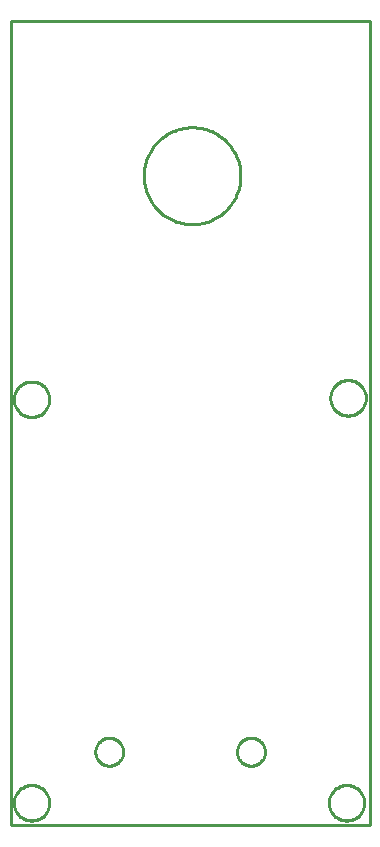
<source format=gbr>
G04 EAGLE Gerber X2 export*
%TF.Part,Single*%
%TF.FileFunction,Profile,NP*%
%TF.FilePolarity,Positive*%
%TF.GenerationSoftware,Autodesk,EAGLE,9.0.0*%
%TF.CreationDate,2019-08-27T11:30:24Z*%
G75*
%MOMM*%
%FSLAX34Y34*%
%LPD*%
%AMOC8*
5,1,8,0,0,1.08239X$1,22.5*%
G01*
%ADD10C,0.254000*%


D10*
X161290Y-11430D02*
X465330Y-11430D01*
X465330Y669470D01*
X161290Y669470D01*
X161290Y-11430D01*
X194070Y348714D02*
X193994Y347646D01*
X193841Y346585D01*
X193613Y345538D01*
X193311Y344510D01*
X192937Y343506D01*
X192492Y342531D01*
X191978Y341591D01*
X191399Y340690D01*
X190757Y339832D01*
X190055Y339022D01*
X189298Y338265D01*
X188488Y337563D01*
X187630Y336921D01*
X186729Y336342D01*
X185789Y335828D01*
X184814Y335383D01*
X183810Y335009D01*
X182782Y334707D01*
X181735Y334479D01*
X180674Y334326D01*
X179606Y334250D01*
X178534Y334250D01*
X177466Y334326D01*
X176405Y334479D01*
X175358Y334707D01*
X174330Y335009D01*
X173326Y335383D01*
X172351Y335828D01*
X171411Y336342D01*
X170510Y336921D01*
X169652Y337563D01*
X168842Y338265D01*
X168085Y339022D01*
X167383Y339832D01*
X166741Y340690D01*
X166162Y341591D01*
X165648Y342531D01*
X165203Y343506D01*
X164829Y344510D01*
X164527Y345538D01*
X164299Y346585D01*
X164146Y347646D01*
X164070Y348714D01*
X164070Y349786D01*
X164146Y350854D01*
X164299Y351915D01*
X164527Y352962D01*
X164829Y353990D01*
X165203Y354994D01*
X165648Y355969D01*
X166162Y356909D01*
X166741Y357810D01*
X167383Y358668D01*
X168085Y359478D01*
X168842Y360235D01*
X169652Y360937D01*
X170510Y361579D01*
X171411Y362158D01*
X172351Y362672D01*
X173326Y363117D01*
X174330Y363491D01*
X175358Y363793D01*
X176405Y364021D01*
X177466Y364174D01*
X178534Y364250D01*
X179606Y364250D01*
X180674Y364174D01*
X181735Y364021D01*
X182782Y363793D01*
X183810Y363491D01*
X184814Y363117D01*
X185789Y362672D01*
X186729Y362158D01*
X187630Y361579D01*
X188488Y360937D01*
X189298Y360235D01*
X190055Y359478D01*
X190757Y358668D01*
X191399Y357810D01*
X191978Y356909D01*
X192492Y355969D01*
X192937Y354994D01*
X193311Y353990D01*
X193613Y352962D01*
X193841Y351915D01*
X193994Y350854D01*
X194070Y349786D01*
X194070Y348714D01*
X194070Y7084D02*
X193994Y6016D01*
X193841Y4955D01*
X193613Y3908D01*
X193311Y2880D01*
X192937Y1876D01*
X192492Y901D01*
X191978Y-39D01*
X191399Y-940D01*
X190757Y-1798D01*
X190055Y-2608D01*
X189298Y-3365D01*
X188488Y-4067D01*
X187630Y-4709D01*
X186729Y-5288D01*
X185789Y-5802D01*
X184814Y-6247D01*
X183810Y-6621D01*
X182782Y-6923D01*
X181735Y-7151D01*
X180674Y-7304D01*
X179606Y-7380D01*
X178534Y-7380D01*
X177466Y-7304D01*
X176405Y-7151D01*
X175358Y-6923D01*
X174330Y-6621D01*
X173326Y-6247D01*
X172351Y-5802D01*
X171411Y-5288D01*
X170510Y-4709D01*
X169652Y-4067D01*
X168842Y-3365D01*
X168085Y-2608D01*
X167383Y-1798D01*
X166741Y-940D01*
X166162Y-39D01*
X165648Y901D01*
X165203Y1876D01*
X164829Y2880D01*
X164527Y3908D01*
X164299Y4955D01*
X164146Y6016D01*
X164070Y7084D01*
X164070Y8156D01*
X164146Y9224D01*
X164299Y10285D01*
X164527Y11332D01*
X164829Y12360D01*
X165203Y13364D01*
X165648Y14339D01*
X166162Y15279D01*
X166741Y16180D01*
X167383Y17038D01*
X168085Y17848D01*
X168842Y18605D01*
X169652Y19307D01*
X170510Y19949D01*
X171411Y20528D01*
X172351Y21042D01*
X173326Y21487D01*
X174330Y21861D01*
X175358Y22163D01*
X176405Y22391D01*
X177466Y22544D01*
X178534Y22620D01*
X179606Y22620D01*
X180674Y22544D01*
X181735Y22391D01*
X182782Y22163D01*
X183810Y21861D01*
X184814Y21487D01*
X185789Y21042D01*
X186729Y20528D01*
X187630Y19949D01*
X188488Y19307D01*
X189298Y18605D01*
X190055Y17848D01*
X190757Y17038D01*
X191399Y16180D01*
X191978Y15279D01*
X192492Y14339D01*
X192937Y13364D01*
X193311Y12360D01*
X193613Y11332D01*
X193841Y10285D01*
X193994Y9224D01*
X194070Y8156D01*
X194070Y7084D01*
X460770Y7084D02*
X460694Y6016D01*
X460541Y4955D01*
X460313Y3908D01*
X460011Y2880D01*
X459637Y1876D01*
X459192Y901D01*
X458678Y-39D01*
X458099Y-940D01*
X457457Y-1798D01*
X456755Y-2608D01*
X455998Y-3365D01*
X455188Y-4067D01*
X454330Y-4709D01*
X453429Y-5288D01*
X452489Y-5802D01*
X451514Y-6247D01*
X450510Y-6621D01*
X449482Y-6923D01*
X448435Y-7151D01*
X447374Y-7304D01*
X446306Y-7380D01*
X445234Y-7380D01*
X444166Y-7304D01*
X443105Y-7151D01*
X442058Y-6923D01*
X441030Y-6621D01*
X440026Y-6247D01*
X439051Y-5802D01*
X438111Y-5288D01*
X437210Y-4709D01*
X436352Y-4067D01*
X435542Y-3365D01*
X434785Y-2608D01*
X434083Y-1798D01*
X433441Y-940D01*
X432862Y-39D01*
X432348Y901D01*
X431903Y1876D01*
X431529Y2880D01*
X431227Y3908D01*
X430999Y4955D01*
X430846Y6016D01*
X430770Y7084D01*
X430770Y8156D01*
X430846Y9224D01*
X430999Y10285D01*
X431227Y11332D01*
X431529Y12360D01*
X431903Y13364D01*
X432348Y14339D01*
X432862Y15279D01*
X433441Y16180D01*
X434083Y17038D01*
X434785Y17848D01*
X435542Y18605D01*
X436352Y19307D01*
X437210Y19949D01*
X438111Y20528D01*
X439051Y21042D01*
X440026Y21487D01*
X441030Y21861D01*
X442058Y22163D01*
X443105Y22391D01*
X444166Y22544D01*
X445234Y22620D01*
X446306Y22620D01*
X447374Y22544D01*
X448435Y22391D01*
X449482Y22163D01*
X450510Y21861D01*
X451514Y21487D01*
X452489Y21042D01*
X453429Y20528D01*
X454330Y19949D01*
X455188Y19307D01*
X455998Y18605D01*
X456755Y17848D01*
X457457Y17038D01*
X458099Y16180D01*
X458678Y15279D01*
X459192Y14339D01*
X459637Y13364D01*
X460011Y12360D01*
X460313Y11332D01*
X460541Y10285D01*
X460694Y9224D01*
X460770Y8156D01*
X460770Y7084D01*
X462040Y349984D02*
X461964Y348916D01*
X461811Y347855D01*
X461583Y346808D01*
X461281Y345780D01*
X460907Y344776D01*
X460462Y343801D01*
X459948Y342861D01*
X459369Y341960D01*
X458727Y341102D01*
X458025Y340292D01*
X457268Y339535D01*
X456458Y338833D01*
X455600Y338191D01*
X454699Y337612D01*
X453759Y337098D01*
X452784Y336653D01*
X451780Y336279D01*
X450752Y335977D01*
X449705Y335749D01*
X448644Y335596D01*
X447576Y335520D01*
X446504Y335520D01*
X445436Y335596D01*
X444375Y335749D01*
X443328Y335977D01*
X442300Y336279D01*
X441296Y336653D01*
X440321Y337098D01*
X439381Y337612D01*
X438480Y338191D01*
X437622Y338833D01*
X436812Y339535D01*
X436055Y340292D01*
X435353Y341102D01*
X434711Y341960D01*
X434132Y342861D01*
X433618Y343801D01*
X433173Y344776D01*
X432799Y345780D01*
X432497Y346808D01*
X432269Y347855D01*
X432116Y348916D01*
X432040Y349984D01*
X432040Y351056D01*
X432116Y352124D01*
X432269Y353185D01*
X432497Y354232D01*
X432799Y355260D01*
X433173Y356264D01*
X433618Y357239D01*
X434132Y358179D01*
X434711Y359080D01*
X435353Y359938D01*
X436055Y360748D01*
X436812Y361505D01*
X437622Y362207D01*
X438480Y362849D01*
X439381Y363428D01*
X440321Y363942D01*
X441296Y364387D01*
X442300Y364761D01*
X443328Y365063D01*
X444375Y365291D01*
X445436Y365444D01*
X446504Y365520D01*
X447576Y365520D01*
X448644Y365444D01*
X449705Y365291D01*
X450752Y365063D01*
X451780Y364761D01*
X452784Y364387D01*
X453759Y363942D01*
X454699Y363428D01*
X455600Y362849D01*
X456458Y362207D01*
X457268Y361505D01*
X458025Y360748D01*
X458727Y359938D01*
X459369Y359080D01*
X459948Y358179D01*
X460462Y357239D01*
X460907Y356264D01*
X461281Y355260D01*
X461583Y354232D01*
X461811Y353185D01*
X461964Y352124D01*
X462040Y351056D01*
X462040Y349984D01*
X355960Y537585D02*
X355882Y535798D01*
X355726Y534015D01*
X355492Y532241D01*
X355182Y530479D01*
X354795Y528733D01*
X354331Y527004D01*
X353793Y525298D01*
X353181Y523617D01*
X352497Y521963D01*
X351741Y520342D01*
X350914Y518755D01*
X350020Y517205D01*
X349058Y515696D01*
X348032Y514231D01*
X346943Y512811D01*
X345793Y511440D01*
X344584Y510121D01*
X343319Y508856D01*
X342000Y507647D01*
X340629Y506497D01*
X339209Y505408D01*
X337744Y504382D01*
X336235Y503420D01*
X334685Y502526D01*
X333098Y501699D01*
X331477Y500943D01*
X329824Y500259D01*
X328142Y499647D01*
X326436Y499109D01*
X324707Y498646D01*
X322961Y498258D01*
X321199Y497948D01*
X319425Y497714D01*
X317642Y497558D01*
X315855Y497480D01*
X314065Y497480D01*
X312278Y497558D01*
X310495Y497714D01*
X308721Y497948D01*
X306959Y498258D01*
X305213Y498646D01*
X303484Y499109D01*
X301778Y499647D01*
X300097Y500259D01*
X298443Y500943D01*
X296822Y501699D01*
X295235Y502526D01*
X293685Y503420D01*
X292176Y504382D01*
X290711Y505408D01*
X289291Y506497D01*
X287920Y507647D01*
X286601Y508856D01*
X285336Y510121D01*
X284127Y511440D01*
X282977Y512811D01*
X281888Y514231D01*
X280862Y515696D01*
X279900Y517205D01*
X279006Y518755D01*
X278179Y520342D01*
X277423Y521963D01*
X276739Y523617D01*
X276127Y525298D01*
X275589Y527004D01*
X275126Y528733D01*
X274738Y530479D01*
X274428Y532241D01*
X274194Y534015D01*
X274038Y535798D01*
X273960Y537585D01*
X273960Y539375D01*
X274038Y541162D01*
X274194Y542945D01*
X274428Y544719D01*
X274738Y546481D01*
X275126Y548227D01*
X275589Y549956D01*
X276127Y551662D01*
X276739Y553344D01*
X277423Y554997D01*
X278179Y556618D01*
X279006Y558205D01*
X279900Y559755D01*
X280862Y561264D01*
X281888Y562729D01*
X282977Y564149D01*
X284127Y565520D01*
X285336Y566839D01*
X286601Y568104D01*
X287920Y569313D01*
X289291Y570463D01*
X290711Y571552D01*
X292176Y572578D01*
X293685Y573540D01*
X295235Y574434D01*
X296822Y575261D01*
X298443Y576017D01*
X300097Y576701D01*
X301778Y577313D01*
X303484Y577851D01*
X305213Y578315D01*
X306959Y578702D01*
X308721Y579012D01*
X310495Y579246D01*
X312278Y579402D01*
X314065Y579480D01*
X315855Y579480D01*
X317642Y579402D01*
X319425Y579246D01*
X321199Y579012D01*
X322961Y578702D01*
X324707Y578315D01*
X326436Y577851D01*
X328142Y577313D01*
X329824Y576701D01*
X331477Y576017D01*
X333098Y575261D01*
X334685Y574434D01*
X336235Y573540D01*
X337744Y572578D01*
X339209Y571552D01*
X340629Y570463D01*
X342000Y569313D01*
X343319Y568104D01*
X344584Y566839D01*
X345793Y565520D01*
X346943Y564149D01*
X348032Y562729D01*
X349058Y561264D01*
X350020Y559755D01*
X350914Y558205D01*
X351741Y556618D01*
X352497Y554997D01*
X353181Y553344D01*
X353793Y551662D01*
X354331Y549956D01*
X354795Y548227D01*
X355182Y546481D01*
X355492Y544719D01*
X355726Y542945D01*
X355882Y541162D01*
X355960Y539375D01*
X355960Y537585D01*
X194070Y348714D02*
X193994Y347646D01*
X193841Y346585D01*
X193613Y345538D01*
X193311Y344510D01*
X192937Y343506D01*
X192492Y342531D01*
X191978Y341591D01*
X191399Y340690D01*
X190757Y339832D01*
X190055Y339022D01*
X189298Y338265D01*
X188488Y337563D01*
X187630Y336921D01*
X186729Y336342D01*
X185789Y335828D01*
X184814Y335383D01*
X183810Y335009D01*
X182782Y334707D01*
X181735Y334479D01*
X180674Y334326D01*
X179606Y334250D01*
X178534Y334250D01*
X177466Y334326D01*
X176405Y334479D01*
X175358Y334707D01*
X174330Y335009D01*
X173326Y335383D01*
X172351Y335828D01*
X171411Y336342D01*
X170510Y336921D01*
X169652Y337563D01*
X168842Y338265D01*
X168085Y339022D01*
X167383Y339832D01*
X166741Y340690D01*
X166162Y341591D01*
X165648Y342531D01*
X165203Y343506D01*
X164829Y344510D01*
X164527Y345538D01*
X164299Y346585D01*
X164146Y347646D01*
X164070Y348714D01*
X164070Y349786D01*
X164146Y350854D01*
X164299Y351915D01*
X164527Y352962D01*
X164829Y353990D01*
X165203Y354994D01*
X165648Y355969D01*
X166162Y356909D01*
X166741Y357810D01*
X167383Y358668D01*
X168085Y359478D01*
X168842Y360235D01*
X169652Y360937D01*
X170510Y361579D01*
X171411Y362158D01*
X172351Y362672D01*
X173326Y363117D01*
X174330Y363491D01*
X175358Y363793D01*
X176405Y364021D01*
X177466Y364174D01*
X178534Y364250D01*
X179606Y364250D01*
X180674Y364174D01*
X181735Y364021D01*
X182782Y363793D01*
X183810Y363491D01*
X184814Y363117D01*
X185789Y362672D01*
X186729Y362158D01*
X187630Y361579D01*
X188488Y360937D01*
X189298Y360235D01*
X190055Y359478D01*
X190757Y358668D01*
X191399Y357810D01*
X191978Y356909D01*
X192492Y355969D01*
X192937Y354994D01*
X193311Y353990D01*
X193613Y352962D01*
X193841Y351915D01*
X193994Y350854D01*
X194070Y349786D01*
X194070Y348714D01*
X194070Y7084D02*
X193994Y6016D01*
X193841Y4955D01*
X193613Y3908D01*
X193311Y2880D01*
X192937Y1876D01*
X192492Y901D01*
X191978Y-39D01*
X191399Y-940D01*
X190757Y-1798D01*
X190055Y-2608D01*
X189298Y-3365D01*
X188488Y-4067D01*
X187630Y-4709D01*
X186729Y-5288D01*
X185789Y-5802D01*
X184814Y-6247D01*
X183810Y-6621D01*
X182782Y-6923D01*
X181735Y-7151D01*
X180674Y-7304D01*
X179606Y-7380D01*
X178534Y-7380D01*
X177466Y-7304D01*
X176405Y-7151D01*
X175358Y-6923D01*
X174330Y-6621D01*
X173326Y-6247D01*
X172351Y-5802D01*
X171411Y-5288D01*
X170510Y-4709D01*
X169652Y-4067D01*
X168842Y-3365D01*
X168085Y-2608D01*
X167383Y-1798D01*
X166741Y-940D01*
X166162Y-39D01*
X165648Y901D01*
X165203Y1876D01*
X164829Y2880D01*
X164527Y3908D01*
X164299Y4955D01*
X164146Y6016D01*
X164070Y7084D01*
X164070Y8156D01*
X164146Y9224D01*
X164299Y10285D01*
X164527Y11332D01*
X164829Y12360D01*
X165203Y13364D01*
X165648Y14339D01*
X166162Y15279D01*
X166741Y16180D01*
X167383Y17038D01*
X168085Y17848D01*
X168842Y18605D01*
X169652Y19307D01*
X170510Y19949D01*
X171411Y20528D01*
X172351Y21042D01*
X173326Y21487D01*
X174330Y21861D01*
X175358Y22163D01*
X176405Y22391D01*
X177466Y22544D01*
X178534Y22620D01*
X179606Y22620D01*
X180674Y22544D01*
X181735Y22391D01*
X182782Y22163D01*
X183810Y21861D01*
X184814Y21487D01*
X185789Y21042D01*
X186729Y20528D01*
X187630Y19949D01*
X188488Y19307D01*
X189298Y18605D01*
X190055Y17848D01*
X190757Y17038D01*
X191399Y16180D01*
X191978Y15279D01*
X192492Y14339D01*
X192937Y13364D01*
X193311Y12360D01*
X193613Y11332D01*
X193841Y10285D01*
X193994Y9224D01*
X194070Y8156D01*
X194070Y7084D01*
X460770Y7084D02*
X460694Y6016D01*
X460541Y4955D01*
X460313Y3908D01*
X460011Y2880D01*
X459637Y1876D01*
X459192Y901D01*
X458678Y-39D01*
X458099Y-940D01*
X457457Y-1798D01*
X456755Y-2608D01*
X455998Y-3365D01*
X455188Y-4067D01*
X454330Y-4709D01*
X453429Y-5288D01*
X452489Y-5802D01*
X451514Y-6247D01*
X450510Y-6621D01*
X449482Y-6923D01*
X448435Y-7151D01*
X447374Y-7304D01*
X446306Y-7380D01*
X445234Y-7380D01*
X444166Y-7304D01*
X443105Y-7151D01*
X442058Y-6923D01*
X441030Y-6621D01*
X440026Y-6247D01*
X439051Y-5802D01*
X438111Y-5288D01*
X437210Y-4709D01*
X436352Y-4067D01*
X435542Y-3365D01*
X434785Y-2608D01*
X434083Y-1798D01*
X433441Y-940D01*
X432862Y-39D01*
X432348Y901D01*
X431903Y1876D01*
X431529Y2880D01*
X431227Y3908D01*
X430999Y4955D01*
X430846Y6016D01*
X430770Y7084D01*
X430770Y8156D01*
X430846Y9224D01*
X430999Y10285D01*
X431227Y11332D01*
X431529Y12360D01*
X431903Y13364D01*
X432348Y14339D01*
X432862Y15279D01*
X433441Y16180D01*
X434083Y17038D01*
X434785Y17848D01*
X435542Y18605D01*
X436352Y19307D01*
X437210Y19949D01*
X438111Y20528D01*
X439051Y21042D01*
X440026Y21487D01*
X441030Y21861D01*
X442058Y22163D01*
X443105Y22391D01*
X444166Y22544D01*
X445234Y22620D01*
X446306Y22620D01*
X447374Y22544D01*
X448435Y22391D01*
X449482Y22163D01*
X450510Y21861D01*
X451514Y21487D01*
X452489Y21042D01*
X453429Y20528D01*
X454330Y19949D01*
X455188Y19307D01*
X455998Y18605D01*
X456755Y17848D01*
X457457Y17038D01*
X458099Y16180D01*
X458678Y15279D01*
X459192Y14339D01*
X459637Y13364D01*
X460011Y12360D01*
X460313Y11332D01*
X460541Y10285D01*
X460694Y9224D01*
X460770Y8156D01*
X460770Y7084D01*
X462040Y349984D02*
X461964Y348916D01*
X461811Y347855D01*
X461583Y346808D01*
X461281Y345780D01*
X460907Y344776D01*
X460462Y343801D01*
X459948Y342861D01*
X459369Y341960D01*
X458727Y341102D01*
X458025Y340292D01*
X457268Y339535D01*
X456458Y338833D01*
X455600Y338191D01*
X454699Y337612D01*
X453759Y337098D01*
X452784Y336653D01*
X451780Y336279D01*
X450752Y335977D01*
X449705Y335749D01*
X448644Y335596D01*
X447576Y335520D01*
X446504Y335520D01*
X445436Y335596D01*
X444375Y335749D01*
X443328Y335977D01*
X442300Y336279D01*
X441296Y336653D01*
X440321Y337098D01*
X439381Y337612D01*
X438480Y338191D01*
X437622Y338833D01*
X436812Y339535D01*
X436055Y340292D01*
X435353Y341102D01*
X434711Y341960D01*
X434132Y342861D01*
X433618Y343801D01*
X433173Y344776D01*
X432799Y345780D01*
X432497Y346808D01*
X432269Y347855D01*
X432116Y348916D01*
X432040Y349984D01*
X432040Y351056D01*
X432116Y352124D01*
X432269Y353185D01*
X432497Y354232D01*
X432799Y355260D01*
X433173Y356264D01*
X433618Y357239D01*
X434132Y358179D01*
X434711Y359080D01*
X435353Y359938D01*
X436055Y360748D01*
X436812Y361505D01*
X437622Y362207D01*
X438480Y362849D01*
X439381Y363428D01*
X440321Y363942D01*
X441296Y364387D01*
X442300Y364761D01*
X443328Y365063D01*
X444375Y365291D01*
X445436Y365444D01*
X446504Y365520D01*
X447576Y365520D01*
X448644Y365444D01*
X449705Y365291D01*
X450752Y365063D01*
X451780Y364761D01*
X452784Y364387D01*
X453759Y363942D01*
X454699Y363428D01*
X455600Y362849D01*
X456458Y362207D01*
X457268Y361505D01*
X458025Y360748D01*
X458727Y359938D01*
X459369Y359080D01*
X459948Y358179D01*
X460462Y357239D01*
X460907Y356264D01*
X461281Y355260D01*
X461583Y354232D01*
X461811Y353185D01*
X461964Y352124D01*
X462040Y351056D01*
X462040Y349984D01*
X355960Y537585D02*
X355882Y535798D01*
X355726Y534015D01*
X355492Y532241D01*
X355182Y530479D01*
X354795Y528733D01*
X354331Y527004D01*
X353793Y525298D01*
X353181Y523617D01*
X352497Y521963D01*
X351741Y520342D01*
X350914Y518755D01*
X350020Y517205D01*
X349058Y515696D01*
X348032Y514231D01*
X346943Y512811D01*
X345793Y511440D01*
X344584Y510121D01*
X343319Y508856D01*
X342000Y507647D01*
X340629Y506497D01*
X339209Y505408D01*
X337744Y504382D01*
X336235Y503420D01*
X334685Y502526D01*
X333098Y501699D01*
X331477Y500943D01*
X329824Y500259D01*
X328142Y499647D01*
X326436Y499109D01*
X324707Y498646D01*
X322961Y498258D01*
X321199Y497948D01*
X319425Y497714D01*
X317642Y497558D01*
X315855Y497480D01*
X314065Y497480D01*
X312278Y497558D01*
X310495Y497714D01*
X308721Y497948D01*
X306959Y498258D01*
X305213Y498646D01*
X303484Y499109D01*
X301778Y499647D01*
X300097Y500259D01*
X298443Y500943D01*
X296822Y501699D01*
X295235Y502526D01*
X293685Y503420D01*
X292176Y504382D01*
X290711Y505408D01*
X289291Y506497D01*
X287920Y507647D01*
X286601Y508856D01*
X285336Y510121D01*
X284127Y511440D01*
X282977Y512811D01*
X281888Y514231D01*
X280862Y515696D01*
X279900Y517205D01*
X279006Y518755D01*
X278179Y520342D01*
X277423Y521963D01*
X276739Y523617D01*
X276127Y525298D01*
X275589Y527004D01*
X275126Y528733D01*
X274738Y530479D01*
X274428Y532241D01*
X274194Y534015D01*
X274038Y535798D01*
X273960Y537585D01*
X273960Y539375D01*
X274038Y541162D01*
X274194Y542945D01*
X274428Y544719D01*
X274738Y546481D01*
X275126Y548227D01*
X275589Y549956D01*
X276127Y551662D01*
X276739Y553344D01*
X277423Y554997D01*
X278179Y556618D01*
X279006Y558205D01*
X279900Y559755D01*
X280862Y561264D01*
X281888Y562729D01*
X282977Y564149D01*
X284127Y565520D01*
X285336Y566839D01*
X286601Y568104D01*
X287920Y569313D01*
X289291Y570463D01*
X290711Y571552D01*
X292176Y572578D01*
X293685Y573540D01*
X295235Y574434D01*
X296822Y575261D01*
X298443Y576017D01*
X300097Y576701D01*
X301778Y577313D01*
X303484Y577851D01*
X305213Y578315D01*
X306959Y578702D01*
X308721Y579012D01*
X310495Y579246D01*
X312278Y579402D01*
X314065Y579480D01*
X315855Y579480D01*
X317642Y579402D01*
X319425Y579246D01*
X321199Y579012D01*
X322961Y578702D01*
X324707Y578315D01*
X326436Y577851D01*
X328142Y577313D01*
X329824Y576701D01*
X331477Y576017D01*
X333098Y575261D01*
X334685Y574434D01*
X336235Y573540D01*
X337744Y572578D01*
X339209Y571552D01*
X340629Y570463D01*
X342000Y569313D01*
X343319Y568104D01*
X344584Y566839D01*
X345793Y565520D01*
X346943Y564149D01*
X348032Y562729D01*
X349058Y561264D01*
X350020Y559755D01*
X350914Y558205D01*
X351741Y556618D01*
X352497Y554997D01*
X353181Y553344D01*
X353793Y551662D01*
X354331Y549956D01*
X354795Y548227D01*
X355182Y546481D01*
X355492Y544719D01*
X355726Y542945D01*
X355882Y541162D01*
X355960Y539375D01*
X355960Y537585D01*
X256600Y50336D02*
X256527Y49412D01*
X256382Y48496D01*
X256166Y47595D01*
X255879Y46713D01*
X255524Y45856D01*
X255103Y45030D01*
X254619Y44239D01*
X254074Y43489D01*
X253472Y42784D01*
X252816Y42128D01*
X252111Y41526D01*
X251361Y40981D01*
X250570Y40497D01*
X249744Y40076D01*
X248887Y39721D01*
X248005Y39434D01*
X247104Y39218D01*
X246188Y39073D01*
X245264Y39000D01*
X244336Y39000D01*
X243412Y39073D01*
X242496Y39218D01*
X241595Y39434D01*
X240713Y39721D01*
X239856Y40076D01*
X239030Y40497D01*
X238239Y40981D01*
X237489Y41526D01*
X236784Y42128D01*
X236128Y42784D01*
X235526Y43489D01*
X234981Y44239D01*
X234497Y45030D01*
X234076Y45856D01*
X233721Y46713D01*
X233434Y47595D01*
X233218Y48496D01*
X233073Y49412D01*
X233000Y50336D01*
X233000Y51264D01*
X233073Y52188D01*
X233218Y53104D01*
X233434Y54005D01*
X233721Y54887D01*
X234076Y55744D01*
X234497Y56570D01*
X234981Y57361D01*
X235526Y58111D01*
X236128Y58816D01*
X236784Y59472D01*
X237489Y60074D01*
X238239Y60619D01*
X239030Y61103D01*
X239856Y61524D01*
X240713Y61879D01*
X241595Y62166D01*
X242496Y62382D01*
X243412Y62527D01*
X244336Y62600D01*
X245264Y62600D01*
X246188Y62527D01*
X247104Y62382D01*
X248005Y62166D01*
X248887Y61879D01*
X249744Y61524D01*
X250570Y61103D01*
X251361Y60619D01*
X252111Y60074D01*
X252816Y59472D01*
X253472Y58816D01*
X254074Y58111D01*
X254619Y57361D01*
X255103Y56570D01*
X255524Y55744D01*
X255879Y54887D01*
X256166Y54005D01*
X256382Y53104D01*
X256527Y52188D01*
X256600Y51264D01*
X256600Y50336D01*
X376600Y50336D02*
X376527Y49412D01*
X376382Y48496D01*
X376166Y47595D01*
X375879Y46713D01*
X375524Y45856D01*
X375103Y45030D01*
X374619Y44239D01*
X374074Y43489D01*
X373472Y42784D01*
X372816Y42128D01*
X372111Y41526D01*
X371361Y40981D01*
X370570Y40497D01*
X369744Y40076D01*
X368887Y39721D01*
X368005Y39434D01*
X367104Y39218D01*
X366188Y39073D01*
X365264Y39000D01*
X364336Y39000D01*
X363412Y39073D01*
X362496Y39218D01*
X361595Y39434D01*
X360713Y39721D01*
X359856Y40076D01*
X359030Y40497D01*
X358239Y40981D01*
X357489Y41526D01*
X356784Y42128D01*
X356128Y42784D01*
X355526Y43489D01*
X354981Y44239D01*
X354497Y45030D01*
X354076Y45856D01*
X353721Y46713D01*
X353434Y47595D01*
X353218Y48496D01*
X353073Y49412D01*
X353000Y50336D01*
X353000Y51264D01*
X353073Y52188D01*
X353218Y53104D01*
X353434Y54005D01*
X353721Y54887D01*
X354076Y55744D01*
X354497Y56570D01*
X354981Y57361D01*
X355526Y58111D01*
X356128Y58816D01*
X356784Y59472D01*
X357489Y60074D01*
X358239Y60619D01*
X359030Y61103D01*
X359856Y61524D01*
X360713Y61879D01*
X361595Y62166D01*
X362496Y62382D01*
X363412Y62527D01*
X364336Y62600D01*
X365264Y62600D01*
X366188Y62527D01*
X367104Y62382D01*
X368005Y62166D01*
X368887Y61879D01*
X369744Y61524D01*
X370570Y61103D01*
X371361Y60619D01*
X372111Y60074D01*
X372816Y59472D01*
X373472Y58816D01*
X374074Y58111D01*
X374619Y57361D01*
X375103Y56570D01*
X375524Y55744D01*
X375879Y54887D01*
X376166Y54005D01*
X376382Y53104D01*
X376527Y52188D01*
X376600Y51264D01*
X376600Y50336D01*
M02*

</source>
